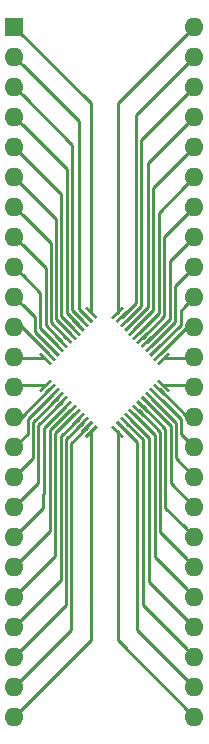
<source format=gbr>
G04 #@! TF.GenerationSoftware,KiCad,Pcbnew,(5.0.1-3-g963ef8bb5)*
G04 #@! TF.CreationDate,2022-07-03T20:38:46+09:00*
G04 #@! TF.ProjectId,LQFP48-Breakout,4C51465034382D427265616B6F75742E,rev?*
G04 #@! TF.SameCoordinates,Original*
G04 #@! TF.FileFunction,Copper,L1,Top,Signal*
G04 #@! TF.FilePolarity,Positive*
%FSLAX46Y46*%
G04 Gerber Fmt 4.6, Leading zero omitted, Abs format (unit mm)*
G04 Created by KiCad (PCBNEW (5.0.1-3-g963ef8bb5)) date Sunday, 03 July 2022 at 20:38:46*
%MOMM*%
%LPD*%
G01*
G04 APERTURE LIST*
G04 #@! TA.AperFunction,ComponentPad*
%ADD10R,1.600000X1.600000*%
G04 #@! TD*
G04 #@! TA.AperFunction,ComponentPad*
%ADD11O,1.600000X1.600000*%
G04 #@! TD*
G04 #@! TA.AperFunction,SMDPad,CuDef*
%ADD12C,0.250000*%
G04 #@! TD*
G04 #@! TA.AperFunction,Conductor*
%ADD13C,0.100000*%
G04 #@! TD*
G04 #@! TA.AperFunction,Conductor*
%ADD14C,0.250000*%
G04 #@! TD*
G04 APERTURE END LIST*
D10*
G04 #@! TO.P,J1,1*
G04 #@! TO.N,/A1*
X101473000Y-63500000D03*
D11*
G04 #@! TO.P,J1,25*
G04 #@! TO.N,/B24*
X116713000Y-121920000D03*
G04 #@! TO.P,J1,2*
G04 #@! TO.N,/A2*
X101473000Y-66040000D03*
G04 #@! TO.P,J1,26*
G04 #@! TO.N,/B23*
X116713000Y-119380000D03*
G04 #@! TO.P,J1,3*
G04 #@! TO.N,/A3*
X101473000Y-68580000D03*
G04 #@! TO.P,J1,27*
G04 #@! TO.N,/B22*
X116713000Y-116840000D03*
G04 #@! TO.P,J1,4*
G04 #@! TO.N,/A4*
X101473000Y-71120000D03*
G04 #@! TO.P,J1,28*
G04 #@! TO.N,/B21*
X116713000Y-114300000D03*
G04 #@! TO.P,J1,5*
G04 #@! TO.N,/A5*
X101473000Y-73660000D03*
G04 #@! TO.P,J1,29*
G04 #@! TO.N,/B20*
X116713000Y-111760000D03*
G04 #@! TO.P,J1,6*
G04 #@! TO.N,/A6*
X101473000Y-76200000D03*
G04 #@! TO.P,J1,30*
G04 #@! TO.N,/B19*
X116713000Y-109220000D03*
G04 #@! TO.P,J1,7*
G04 #@! TO.N,/A7*
X101473000Y-78740000D03*
G04 #@! TO.P,J1,31*
G04 #@! TO.N,/B18*
X116713000Y-106680000D03*
G04 #@! TO.P,J1,8*
G04 #@! TO.N,/A8*
X101473000Y-81280000D03*
G04 #@! TO.P,J1,32*
G04 #@! TO.N,/B17*
X116713000Y-104140000D03*
G04 #@! TO.P,J1,9*
G04 #@! TO.N,/A9*
X101473000Y-83820000D03*
G04 #@! TO.P,J1,33*
G04 #@! TO.N,/B16*
X116713000Y-101600000D03*
G04 #@! TO.P,J1,10*
G04 #@! TO.N,/A10*
X101473000Y-86360000D03*
G04 #@! TO.P,J1,34*
G04 #@! TO.N,/B15*
X116713000Y-99060000D03*
G04 #@! TO.P,J1,11*
G04 #@! TO.N,/A11*
X101473000Y-88900000D03*
G04 #@! TO.P,J1,35*
G04 #@! TO.N,/B14*
X116713000Y-96520000D03*
G04 #@! TO.P,J1,12*
G04 #@! TO.N,/A12*
X101473000Y-91440000D03*
G04 #@! TO.P,J1,36*
G04 #@! TO.N,/B13*
X116713000Y-93980000D03*
G04 #@! TO.P,J1,13*
G04 #@! TO.N,/A13*
X101473000Y-93980000D03*
G04 #@! TO.P,J1,37*
G04 #@! TO.N,/B12*
X116713000Y-91440000D03*
G04 #@! TO.P,J1,14*
G04 #@! TO.N,/A14*
X101473000Y-96520000D03*
G04 #@! TO.P,J1,38*
G04 #@! TO.N,/B11*
X116713000Y-88900000D03*
G04 #@! TO.P,J1,15*
G04 #@! TO.N,/A15*
X101473000Y-99060000D03*
G04 #@! TO.P,J1,39*
G04 #@! TO.N,/B10*
X116713000Y-86360000D03*
G04 #@! TO.P,J1,16*
G04 #@! TO.N,/A16*
X101473000Y-101600000D03*
G04 #@! TO.P,J1,40*
G04 #@! TO.N,/B9*
X116713000Y-83820000D03*
G04 #@! TO.P,J1,17*
G04 #@! TO.N,/A17*
X101473000Y-104140000D03*
G04 #@! TO.P,J1,41*
G04 #@! TO.N,/B8*
X116713000Y-81280000D03*
G04 #@! TO.P,J1,18*
G04 #@! TO.N,/A18*
X101473000Y-106680000D03*
G04 #@! TO.P,J1,42*
G04 #@! TO.N,/B7*
X116713000Y-78740000D03*
G04 #@! TO.P,J1,19*
G04 #@! TO.N,/A19*
X101473000Y-109220000D03*
G04 #@! TO.P,J1,43*
G04 #@! TO.N,/B6*
X116713000Y-76200000D03*
G04 #@! TO.P,J1,20*
G04 #@! TO.N,/A20*
X101473000Y-111760000D03*
G04 #@! TO.P,J1,44*
G04 #@! TO.N,/B5*
X116713000Y-73660000D03*
G04 #@! TO.P,J1,21*
G04 #@! TO.N,/A21*
X101473000Y-114300000D03*
G04 #@! TO.P,J1,45*
G04 #@! TO.N,/B4*
X116713000Y-71120000D03*
G04 #@! TO.P,J1,22*
G04 #@! TO.N,/A22*
X101473000Y-116840000D03*
G04 #@! TO.P,J1,46*
G04 #@! TO.N,/B3*
X116713000Y-68580000D03*
G04 #@! TO.P,J1,23*
G04 #@! TO.N,/A23*
X101473000Y-119380000D03*
G04 #@! TO.P,J1,47*
G04 #@! TO.N,/B2*
X116713000Y-66040000D03*
G04 #@! TO.P,J1,24*
G04 #@! TO.N,/A24*
X101473000Y-121920000D03*
G04 #@! TO.P,J1,48*
G04 #@! TO.N,/B1*
X116713000Y-63500000D03*
G04 #@! TD*
D12*
G04 #@! TO.P,U1,1*
G04 #@! TO.N,/A1*
X107961629Y-87689542D03*
D13*
G04 #@! TD*
G04 #@! TO.N,/A1*
G04 #@! TO.C,U1*
G36*
X107413621Y-87318311D02*
X107590398Y-87141534D01*
X108509637Y-88060773D01*
X108332860Y-88237550D01*
X107413621Y-87318311D01*
X107413621Y-87318311D01*
G37*
D12*
G04 #@! TO.P,U1,2*
G04 #@! TO.N,/A2*
X107608076Y-88043095D03*
D13*
G04 #@! TD*
G04 #@! TO.N,/A2*
G04 #@! TO.C,U1*
G36*
X107060068Y-87671864D02*
X107236845Y-87495087D01*
X108156084Y-88414326D01*
X107979307Y-88591103D01*
X107060068Y-87671864D01*
X107060068Y-87671864D01*
G37*
D12*
G04 #@! TO.P,U1,3*
G04 #@! TO.N,/A3*
X107254522Y-88396649D03*
D13*
G04 #@! TD*
G04 #@! TO.N,/A3*
G04 #@! TO.C,U1*
G36*
X106706514Y-88025418D02*
X106883291Y-87848641D01*
X107802530Y-88767880D01*
X107625753Y-88944657D01*
X106706514Y-88025418D01*
X106706514Y-88025418D01*
G37*
D12*
G04 #@! TO.P,U1,4*
G04 #@! TO.N,/A4*
X106900969Y-88750202D03*
D13*
G04 #@! TD*
G04 #@! TO.N,/A4*
G04 #@! TO.C,U1*
G36*
X106352961Y-88378971D02*
X106529738Y-88202194D01*
X107448977Y-89121433D01*
X107272200Y-89298210D01*
X106352961Y-88378971D01*
X106352961Y-88378971D01*
G37*
D12*
G04 #@! TO.P,U1,5*
G04 #@! TO.N,/A5*
X106547416Y-89103755D03*
D13*
G04 #@! TD*
G04 #@! TO.N,/A5*
G04 #@! TO.C,U1*
G36*
X105999408Y-88732524D02*
X106176185Y-88555747D01*
X107095424Y-89474986D01*
X106918647Y-89651763D01*
X105999408Y-88732524D01*
X105999408Y-88732524D01*
G37*
D12*
G04 #@! TO.P,U1,6*
G04 #@! TO.N,/A6*
X106193862Y-89457309D03*
D13*
G04 #@! TD*
G04 #@! TO.N,/A6*
G04 #@! TO.C,U1*
G36*
X105645854Y-89086078D02*
X105822631Y-88909301D01*
X106741870Y-89828540D01*
X106565093Y-90005317D01*
X105645854Y-89086078D01*
X105645854Y-89086078D01*
G37*
D12*
G04 #@! TO.P,U1,7*
G04 #@! TO.N,/A7*
X105840309Y-89810862D03*
D13*
G04 #@! TD*
G04 #@! TO.N,/A7*
G04 #@! TO.C,U1*
G36*
X105292301Y-89439631D02*
X105469078Y-89262854D01*
X106388317Y-90182093D01*
X106211540Y-90358870D01*
X105292301Y-89439631D01*
X105292301Y-89439631D01*
G37*
D12*
G04 #@! TO.P,U1,8*
G04 #@! TO.N,/A8*
X105486755Y-90164416D03*
D13*
G04 #@! TD*
G04 #@! TO.N,/A8*
G04 #@! TO.C,U1*
G36*
X104938747Y-89793185D02*
X105115524Y-89616408D01*
X106034763Y-90535647D01*
X105857986Y-90712424D01*
X104938747Y-89793185D01*
X104938747Y-89793185D01*
G37*
D12*
G04 #@! TO.P,U1,9*
G04 #@! TO.N,/A9*
X105133202Y-90517969D03*
D13*
G04 #@! TD*
G04 #@! TO.N,/A9*
G04 #@! TO.C,U1*
G36*
X104585194Y-90146738D02*
X104761971Y-89969961D01*
X105681210Y-90889200D01*
X105504433Y-91065977D01*
X104585194Y-90146738D01*
X104585194Y-90146738D01*
G37*
D12*
G04 #@! TO.P,U1,10*
G04 #@! TO.N,/A10*
X104779649Y-90871522D03*
D13*
G04 #@! TD*
G04 #@! TO.N,/A10*
G04 #@! TO.C,U1*
G36*
X104231641Y-90500291D02*
X104408418Y-90323514D01*
X105327657Y-91242753D01*
X105150880Y-91419530D01*
X104231641Y-90500291D01*
X104231641Y-90500291D01*
G37*
D12*
G04 #@! TO.P,U1,11*
G04 #@! TO.N,/A11*
X104426095Y-91225076D03*
D13*
G04 #@! TD*
G04 #@! TO.N,/A11*
G04 #@! TO.C,U1*
G36*
X103878087Y-90853845D02*
X104054864Y-90677068D01*
X104974103Y-91596307D01*
X104797326Y-91773084D01*
X103878087Y-90853845D01*
X103878087Y-90853845D01*
G37*
D12*
G04 #@! TO.P,U1,12*
G04 #@! TO.N,/A12*
X104072542Y-91578629D03*
D13*
G04 #@! TD*
G04 #@! TO.N,/A12*
G04 #@! TO.C,U1*
G36*
X103524534Y-91207398D02*
X103701311Y-91030621D01*
X104620550Y-91949860D01*
X104443773Y-92126637D01*
X103524534Y-91207398D01*
X103524534Y-91207398D01*
G37*
D12*
G04 #@! TO.P,U1,13*
G04 #@! TO.N,/A13*
X104072542Y-93841371D03*
D13*
G04 #@! TD*
G04 #@! TO.N,/A13*
G04 #@! TO.C,U1*
G36*
X103701311Y-94389379D02*
X103524534Y-94212602D01*
X104443773Y-93293363D01*
X104620550Y-93470140D01*
X103701311Y-94389379D01*
X103701311Y-94389379D01*
G37*
D12*
G04 #@! TO.P,U1,14*
G04 #@! TO.N,/A14*
X104426095Y-94194924D03*
D13*
G04 #@! TD*
G04 #@! TO.N,/A14*
G04 #@! TO.C,U1*
G36*
X104054864Y-94742932D02*
X103878087Y-94566155D01*
X104797326Y-93646916D01*
X104974103Y-93823693D01*
X104054864Y-94742932D01*
X104054864Y-94742932D01*
G37*
D12*
G04 #@! TO.P,U1,15*
G04 #@! TO.N,/A15*
X104779649Y-94548478D03*
D13*
G04 #@! TD*
G04 #@! TO.N,/A15*
G04 #@! TO.C,U1*
G36*
X104408418Y-95096486D02*
X104231641Y-94919709D01*
X105150880Y-94000470D01*
X105327657Y-94177247D01*
X104408418Y-95096486D01*
X104408418Y-95096486D01*
G37*
D12*
G04 #@! TO.P,U1,16*
G04 #@! TO.N,/A16*
X105133202Y-94902031D03*
D13*
G04 #@! TD*
G04 #@! TO.N,/A16*
G04 #@! TO.C,U1*
G36*
X104761971Y-95450039D02*
X104585194Y-95273262D01*
X105504433Y-94354023D01*
X105681210Y-94530800D01*
X104761971Y-95450039D01*
X104761971Y-95450039D01*
G37*
D12*
G04 #@! TO.P,U1,17*
G04 #@! TO.N,/A17*
X105486755Y-95255584D03*
D13*
G04 #@! TD*
G04 #@! TO.N,/A17*
G04 #@! TO.C,U1*
G36*
X105115524Y-95803592D02*
X104938747Y-95626815D01*
X105857986Y-94707576D01*
X106034763Y-94884353D01*
X105115524Y-95803592D01*
X105115524Y-95803592D01*
G37*
D12*
G04 #@! TO.P,U1,18*
G04 #@! TO.N,/A18*
X105840309Y-95609138D03*
D13*
G04 #@! TD*
G04 #@! TO.N,/A18*
G04 #@! TO.C,U1*
G36*
X105469078Y-96157146D02*
X105292301Y-95980369D01*
X106211540Y-95061130D01*
X106388317Y-95237907D01*
X105469078Y-96157146D01*
X105469078Y-96157146D01*
G37*
D12*
G04 #@! TO.P,U1,19*
G04 #@! TO.N,/A19*
X106193862Y-95962691D03*
D13*
G04 #@! TD*
G04 #@! TO.N,/A19*
G04 #@! TO.C,U1*
G36*
X105822631Y-96510699D02*
X105645854Y-96333922D01*
X106565093Y-95414683D01*
X106741870Y-95591460D01*
X105822631Y-96510699D01*
X105822631Y-96510699D01*
G37*
D12*
G04 #@! TO.P,U1,20*
G04 #@! TO.N,/A20*
X106547416Y-96316245D03*
D13*
G04 #@! TD*
G04 #@! TO.N,/A20*
G04 #@! TO.C,U1*
G36*
X106176185Y-96864253D02*
X105999408Y-96687476D01*
X106918647Y-95768237D01*
X107095424Y-95945014D01*
X106176185Y-96864253D01*
X106176185Y-96864253D01*
G37*
D12*
G04 #@! TO.P,U1,21*
G04 #@! TO.N,/A21*
X106900969Y-96669798D03*
D13*
G04 #@! TD*
G04 #@! TO.N,/A21*
G04 #@! TO.C,U1*
G36*
X106529738Y-97217806D02*
X106352961Y-97041029D01*
X107272200Y-96121790D01*
X107448977Y-96298567D01*
X106529738Y-97217806D01*
X106529738Y-97217806D01*
G37*
D12*
G04 #@! TO.P,U1,22*
G04 #@! TO.N,/A22*
X107254522Y-97023351D03*
D13*
G04 #@! TD*
G04 #@! TO.N,/A22*
G04 #@! TO.C,U1*
G36*
X106883291Y-97571359D02*
X106706514Y-97394582D01*
X107625753Y-96475343D01*
X107802530Y-96652120D01*
X106883291Y-97571359D01*
X106883291Y-97571359D01*
G37*
D12*
G04 #@! TO.P,U1,23*
G04 #@! TO.N,/A23*
X107608076Y-97376905D03*
D13*
G04 #@! TD*
G04 #@! TO.N,/A23*
G04 #@! TO.C,U1*
G36*
X107236845Y-97924913D02*
X107060068Y-97748136D01*
X107979307Y-96828897D01*
X108156084Y-97005674D01*
X107236845Y-97924913D01*
X107236845Y-97924913D01*
G37*
D12*
G04 #@! TO.P,U1,24*
G04 #@! TO.N,/A24*
X107961629Y-97730458D03*
D13*
G04 #@! TD*
G04 #@! TO.N,/A24*
G04 #@! TO.C,U1*
G36*
X107590398Y-98278466D02*
X107413621Y-98101689D01*
X108332860Y-97182450D01*
X108509637Y-97359227D01*
X107590398Y-98278466D01*
X107590398Y-98278466D01*
G37*
D12*
G04 #@! TO.P,U1,25*
G04 #@! TO.N,/B24*
X110224371Y-97730458D03*
D13*
G04 #@! TD*
G04 #@! TO.N,/B24*
G04 #@! TO.C,U1*
G36*
X109676363Y-97359227D02*
X109853140Y-97182450D01*
X110772379Y-98101689D01*
X110595602Y-98278466D01*
X109676363Y-97359227D01*
X109676363Y-97359227D01*
G37*
D12*
G04 #@! TO.P,U1,26*
G04 #@! TO.N,/B23*
X110577924Y-97376905D03*
D13*
G04 #@! TD*
G04 #@! TO.N,/B23*
G04 #@! TO.C,U1*
G36*
X110029916Y-97005674D02*
X110206693Y-96828897D01*
X111125932Y-97748136D01*
X110949155Y-97924913D01*
X110029916Y-97005674D01*
X110029916Y-97005674D01*
G37*
D12*
G04 #@! TO.P,U1,27*
G04 #@! TO.N,/B22*
X110931478Y-97023351D03*
D13*
G04 #@! TD*
G04 #@! TO.N,/B22*
G04 #@! TO.C,U1*
G36*
X110383470Y-96652120D02*
X110560247Y-96475343D01*
X111479486Y-97394582D01*
X111302709Y-97571359D01*
X110383470Y-96652120D01*
X110383470Y-96652120D01*
G37*
D12*
G04 #@! TO.P,U1,28*
G04 #@! TO.N,/B21*
X111285031Y-96669798D03*
D13*
G04 #@! TD*
G04 #@! TO.N,/B21*
G04 #@! TO.C,U1*
G36*
X110737023Y-96298567D02*
X110913800Y-96121790D01*
X111833039Y-97041029D01*
X111656262Y-97217806D01*
X110737023Y-96298567D01*
X110737023Y-96298567D01*
G37*
D12*
G04 #@! TO.P,U1,29*
G04 #@! TO.N,/B20*
X111638584Y-96316245D03*
D13*
G04 #@! TD*
G04 #@! TO.N,/B20*
G04 #@! TO.C,U1*
G36*
X111090576Y-95945014D02*
X111267353Y-95768237D01*
X112186592Y-96687476D01*
X112009815Y-96864253D01*
X111090576Y-95945014D01*
X111090576Y-95945014D01*
G37*
D12*
G04 #@! TO.P,U1,30*
G04 #@! TO.N,/B19*
X111992138Y-95962691D03*
D13*
G04 #@! TD*
G04 #@! TO.N,/B19*
G04 #@! TO.C,U1*
G36*
X111444130Y-95591460D02*
X111620907Y-95414683D01*
X112540146Y-96333922D01*
X112363369Y-96510699D01*
X111444130Y-95591460D01*
X111444130Y-95591460D01*
G37*
D12*
G04 #@! TO.P,U1,31*
G04 #@! TO.N,/B18*
X112345691Y-95609138D03*
D13*
G04 #@! TD*
G04 #@! TO.N,/B18*
G04 #@! TO.C,U1*
G36*
X111797683Y-95237907D02*
X111974460Y-95061130D01*
X112893699Y-95980369D01*
X112716922Y-96157146D01*
X111797683Y-95237907D01*
X111797683Y-95237907D01*
G37*
D12*
G04 #@! TO.P,U1,32*
G04 #@! TO.N,/B17*
X112699245Y-95255584D03*
D13*
G04 #@! TD*
G04 #@! TO.N,/B17*
G04 #@! TO.C,U1*
G36*
X112151237Y-94884353D02*
X112328014Y-94707576D01*
X113247253Y-95626815D01*
X113070476Y-95803592D01*
X112151237Y-94884353D01*
X112151237Y-94884353D01*
G37*
D12*
G04 #@! TO.P,U1,33*
G04 #@! TO.N,/B16*
X113052798Y-94902031D03*
D13*
G04 #@! TD*
G04 #@! TO.N,/B16*
G04 #@! TO.C,U1*
G36*
X112504790Y-94530800D02*
X112681567Y-94354023D01*
X113600806Y-95273262D01*
X113424029Y-95450039D01*
X112504790Y-94530800D01*
X112504790Y-94530800D01*
G37*
D12*
G04 #@! TO.P,U1,34*
G04 #@! TO.N,/B15*
X113406351Y-94548478D03*
D13*
G04 #@! TD*
G04 #@! TO.N,/B15*
G04 #@! TO.C,U1*
G36*
X112858343Y-94177247D02*
X113035120Y-94000470D01*
X113954359Y-94919709D01*
X113777582Y-95096486D01*
X112858343Y-94177247D01*
X112858343Y-94177247D01*
G37*
D12*
G04 #@! TO.P,U1,35*
G04 #@! TO.N,/B14*
X113759905Y-94194924D03*
D13*
G04 #@! TD*
G04 #@! TO.N,/B14*
G04 #@! TO.C,U1*
G36*
X113211897Y-93823693D02*
X113388674Y-93646916D01*
X114307913Y-94566155D01*
X114131136Y-94742932D01*
X113211897Y-93823693D01*
X113211897Y-93823693D01*
G37*
D12*
G04 #@! TO.P,U1,36*
G04 #@! TO.N,/B13*
X114113458Y-93841371D03*
D13*
G04 #@! TD*
G04 #@! TO.N,/B13*
G04 #@! TO.C,U1*
G36*
X113565450Y-93470140D02*
X113742227Y-93293363D01*
X114661466Y-94212602D01*
X114484689Y-94389379D01*
X113565450Y-93470140D01*
X113565450Y-93470140D01*
G37*
D12*
G04 #@! TO.P,U1,37*
G04 #@! TO.N,/B12*
X114113458Y-91578629D03*
D13*
G04 #@! TD*
G04 #@! TO.N,/B12*
G04 #@! TO.C,U1*
G36*
X113742227Y-92126637D02*
X113565450Y-91949860D01*
X114484689Y-91030621D01*
X114661466Y-91207398D01*
X113742227Y-92126637D01*
X113742227Y-92126637D01*
G37*
D12*
G04 #@! TO.P,U1,38*
G04 #@! TO.N,/B11*
X113759905Y-91225076D03*
D13*
G04 #@! TD*
G04 #@! TO.N,/B11*
G04 #@! TO.C,U1*
G36*
X113388674Y-91773084D02*
X113211897Y-91596307D01*
X114131136Y-90677068D01*
X114307913Y-90853845D01*
X113388674Y-91773084D01*
X113388674Y-91773084D01*
G37*
D12*
G04 #@! TO.P,U1,39*
G04 #@! TO.N,/B10*
X113406351Y-90871522D03*
D13*
G04 #@! TD*
G04 #@! TO.N,/B10*
G04 #@! TO.C,U1*
G36*
X113035120Y-91419530D02*
X112858343Y-91242753D01*
X113777582Y-90323514D01*
X113954359Y-90500291D01*
X113035120Y-91419530D01*
X113035120Y-91419530D01*
G37*
D12*
G04 #@! TO.P,U1,40*
G04 #@! TO.N,/B9*
X113052798Y-90517969D03*
D13*
G04 #@! TD*
G04 #@! TO.N,/B9*
G04 #@! TO.C,U1*
G36*
X112681567Y-91065977D02*
X112504790Y-90889200D01*
X113424029Y-89969961D01*
X113600806Y-90146738D01*
X112681567Y-91065977D01*
X112681567Y-91065977D01*
G37*
D12*
G04 #@! TO.P,U1,41*
G04 #@! TO.N,/B8*
X112699245Y-90164416D03*
D13*
G04 #@! TD*
G04 #@! TO.N,/B8*
G04 #@! TO.C,U1*
G36*
X112328014Y-90712424D02*
X112151237Y-90535647D01*
X113070476Y-89616408D01*
X113247253Y-89793185D01*
X112328014Y-90712424D01*
X112328014Y-90712424D01*
G37*
D12*
G04 #@! TO.P,U1,42*
G04 #@! TO.N,/B7*
X112345691Y-89810862D03*
D13*
G04 #@! TD*
G04 #@! TO.N,/B7*
G04 #@! TO.C,U1*
G36*
X111974460Y-90358870D02*
X111797683Y-90182093D01*
X112716922Y-89262854D01*
X112893699Y-89439631D01*
X111974460Y-90358870D01*
X111974460Y-90358870D01*
G37*
D12*
G04 #@! TO.P,U1,43*
G04 #@! TO.N,/B6*
X111992138Y-89457309D03*
D13*
G04 #@! TD*
G04 #@! TO.N,/B6*
G04 #@! TO.C,U1*
G36*
X111620907Y-90005317D02*
X111444130Y-89828540D01*
X112363369Y-88909301D01*
X112540146Y-89086078D01*
X111620907Y-90005317D01*
X111620907Y-90005317D01*
G37*
D12*
G04 #@! TO.P,U1,44*
G04 #@! TO.N,/B5*
X111638584Y-89103755D03*
D13*
G04 #@! TD*
G04 #@! TO.N,/B5*
G04 #@! TO.C,U1*
G36*
X111267353Y-89651763D02*
X111090576Y-89474986D01*
X112009815Y-88555747D01*
X112186592Y-88732524D01*
X111267353Y-89651763D01*
X111267353Y-89651763D01*
G37*
D12*
G04 #@! TO.P,U1,45*
G04 #@! TO.N,/B4*
X111285031Y-88750202D03*
D13*
G04 #@! TD*
G04 #@! TO.N,/B4*
G04 #@! TO.C,U1*
G36*
X110913800Y-89298210D02*
X110737023Y-89121433D01*
X111656262Y-88202194D01*
X111833039Y-88378971D01*
X110913800Y-89298210D01*
X110913800Y-89298210D01*
G37*
D12*
G04 #@! TO.P,U1,46*
G04 #@! TO.N,/B3*
X110931478Y-88396649D03*
D13*
G04 #@! TD*
G04 #@! TO.N,/B3*
G04 #@! TO.C,U1*
G36*
X110560247Y-88944657D02*
X110383470Y-88767880D01*
X111302709Y-87848641D01*
X111479486Y-88025418D01*
X110560247Y-88944657D01*
X110560247Y-88944657D01*
G37*
D12*
G04 #@! TO.P,U1,47*
G04 #@! TO.N,/B2*
X110577924Y-88043095D03*
D13*
G04 #@! TD*
G04 #@! TO.N,/B2*
G04 #@! TO.C,U1*
G36*
X110206693Y-88591103D02*
X110029916Y-88414326D01*
X110949155Y-87495087D01*
X111125932Y-87671864D01*
X110206693Y-88591103D01*
X110206693Y-88591103D01*
G37*
D12*
G04 #@! TO.P,U1,48*
G04 #@! TO.N,/B1*
X110224371Y-87689542D03*
D13*
G04 #@! TD*
G04 #@! TO.N,/B1*
G04 #@! TO.C,U1*
G36*
X109853140Y-88237550D02*
X109676363Y-88060773D01*
X110595602Y-87141534D01*
X110772379Y-87318311D01*
X109853140Y-88237550D01*
X109853140Y-88237550D01*
G37*
D14*
G04 #@! TO.N,/A1*
X107961629Y-87689542D02*
X107961629Y-69988629D01*
X107961629Y-69988629D02*
X101473000Y-63500000D01*
G04 #@! TO.N,/A2*
X106940981Y-71507981D02*
X102272999Y-66839999D01*
X106940981Y-87376000D02*
X106940981Y-71507981D01*
X102272999Y-66839999D02*
X101473000Y-66040000D01*
X107608076Y-88043095D02*
X106940981Y-87376000D01*
G04 #@! TO.N,/A3*
X106356989Y-73463989D02*
X102272999Y-69379999D01*
X102272999Y-69379999D02*
X101473000Y-68580000D01*
X106356989Y-87499116D02*
X106356989Y-73463989D01*
X107254522Y-88396649D02*
X106356989Y-87499116D01*
G04 #@! TO.N,/A4*
X105906978Y-75553978D02*
X102272999Y-71919999D01*
X106900969Y-88750202D02*
X105906978Y-87756211D01*
X102272999Y-71919999D02*
X101473000Y-71120000D01*
X105906978Y-87756211D02*
X105906978Y-75553978D01*
G04 #@! TO.N,/A5*
X105456967Y-88013306D02*
X106017087Y-88573426D01*
X106017087Y-88573426D02*
X106547416Y-89103755D01*
X105456967Y-77643967D02*
X105456967Y-88013306D01*
X101473000Y-73660000D02*
X105456967Y-77643967D01*
G04 #@! TO.N,/A6*
X105006956Y-79733956D02*
X105006956Y-88199707D01*
X101473000Y-76200000D02*
X105006956Y-79733956D01*
X105006956Y-88199707D02*
X106299000Y-89491751D01*
G04 #@! TO.N,/A7*
X104556945Y-88527498D02*
X104556945Y-81823945D01*
X105840309Y-89810862D02*
X104556945Y-88527498D01*
X102272999Y-79539999D02*
X101473000Y-78740000D01*
X104556945Y-81823945D02*
X102272999Y-79539999D01*
G04 #@! TO.N,/A8*
X102272999Y-82079999D02*
X101473000Y-81280000D01*
X104106934Y-88784595D02*
X104106934Y-83913934D01*
X105486755Y-90164416D02*
X104106934Y-88784595D01*
X104106934Y-83913934D02*
X102272999Y-82079999D01*
G04 #@! TO.N,/A9*
X103656923Y-89041690D02*
X103656923Y-86003923D01*
X103656923Y-86003923D02*
X102272999Y-84619999D01*
X105133202Y-90517969D02*
X103656923Y-89041690D01*
X102272999Y-84619999D02*
X101473000Y-83820000D01*
G04 #@! TO.N,/A10*
X103206912Y-88093913D02*
X102272999Y-87159999D01*
X103206912Y-89298785D02*
X103206912Y-88093913D01*
X104779649Y-90871522D02*
X103206912Y-89298785D01*
X102272999Y-87159999D02*
X101473000Y-86360000D01*
G04 #@! TO.N,/A11*
X102101019Y-88900000D02*
X101473000Y-88900000D01*
X104426095Y-91225076D02*
X102101019Y-88900000D01*
G04 #@! TO.N,/A12*
X101611629Y-91578629D02*
X101473000Y-91440000D01*
X104072542Y-91578629D02*
X101611629Y-91578629D01*
G04 #@! TO.N,/A13*
X101611629Y-93841371D02*
X101473000Y-93980000D01*
X104072542Y-93841371D02*
X101611629Y-93841371D01*
G04 #@! TO.N,/A14*
X102101019Y-96520000D02*
X101473000Y-96520000D01*
X104426095Y-94194924D02*
X102101019Y-96520000D01*
G04 #@! TO.N,/A15*
X104249320Y-95078807D02*
X104779649Y-94548478D01*
X102598001Y-97934999D02*
X102598001Y-96730126D01*
X102598001Y-96730126D02*
X104249320Y-95078807D01*
X101473000Y-99060000D02*
X102598001Y-97934999D01*
G04 #@! TO.N,/A16*
X105133202Y-94902031D02*
X103048012Y-96987221D01*
X103048012Y-100024988D02*
X102272999Y-100800001D01*
X102272999Y-100800001D02*
X101473000Y-101600000D01*
X103048012Y-96987221D02*
X103048012Y-100024988D01*
G04 #@! TO.N,/A17*
X103498023Y-97244316D02*
X103498023Y-102114977D01*
X103498023Y-102114977D02*
X102272999Y-103340001D01*
X102272999Y-103340001D02*
X101473000Y-104140000D01*
X105486755Y-95255584D02*
X103498023Y-97244316D01*
G04 #@! TO.N,/A18*
X102272999Y-105880001D02*
X101473000Y-106680000D01*
X103932969Y-103072799D02*
X103932969Y-104220031D01*
X103948034Y-103057734D02*
X103932969Y-103072799D01*
X103948034Y-97501413D02*
X103948034Y-103057734D01*
X105840309Y-95609138D02*
X103948034Y-97501413D01*
X103932969Y-104220031D02*
X102272999Y-105880001D01*
G04 #@! TO.N,/A19*
X102272999Y-108420001D02*
X101473000Y-109220000D01*
X106193862Y-95962691D02*
X104498956Y-97657597D01*
X104498956Y-97657597D02*
X104498956Y-106194044D01*
X104498956Y-106194044D02*
X102272999Y-108420001D01*
G04 #@! TO.N,/A20*
X102272999Y-110960001D02*
X101473000Y-111760000D01*
X104948967Y-97914694D02*
X104948967Y-108284033D01*
X106547416Y-96316245D02*
X104948967Y-97914694D01*
X104948967Y-108284033D02*
X102272999Y-110960001D01*
G04 #@! TO.N,/A21*
X102272999Y-113500001D02*
X101473000Y-114300000D01*
X105398978Y-98171789D02*
X105398978Y-110374022D01*
X106900969Y-96669798D02*
X105398978Y-98171789D01*
X105398978Y-110374022D02*
X102272999Y-113500001D01*
G04 #@! TO.N,/A22*
X105848989Y-98428884D02*
X105848989Y-112464011D01*
X107254522Y-97023351D02*
X105848989Y-98428884D01*
X105848989Y-112464011D02*
X102272999Y-116040001D01*
X102272999Y-116040001D02*
X101473000Y-116840000D01*
G04 #@! TO.N,/A23*
X107608076Y-97447599D02*
X106299000Y-98756675D01*
X107608076Y-97376905D02*
X107608076Y-97447599D01*
X106299000Y-98756675D02*
X106299000Y-114554000D01*
X106299000Y-114554000D02*
X101473000Y-119380000D01*
G04 #@! TO.N,/A24*
X107961629Y-115431371D02*
X101473000Y-121920000D01*
X107961629Y-97730458D02*
X107961629Y-115431371D01*
G04 #@! TO.N,/B24*
X110224371Y-115431371D02*
X116713000Y-121920000D01*
X110224371Y-97730458D02*
X110224371Y-115431371D01*
G04 #@! TO.N,/B23*
X111887000Y-98685981D02*
X111108253Y-97907234D01*
X111887000Y-114554000D02*
X111887000Y-98685981D01*
X111108253Y-97907234D02*
X110577924Y-97376905D01*
X116713000Y-119380000D02*
X111887000Y-114554000D01*
G04 #@! TO.N,/B22*
X112337011Y-98428884D02*
X112337011Y-112464011D01*
X110931478Y-97023351D02*
X112337011Y-98428884D01*
X112337011Y-112464011D02*
X115913001Y-116040001D01*
X115913001Y-116040001D02*
X116713000Y-116840000D01*
G04 #@! TO.N,/B21*
X112903000Y-98287767D02*
X111285031Y-96669798D01*
X112903000Y-110490000D02*
X112903000Y-98287767D01*
X116713000Y-114300000D02*
X112903000Y-110490000D01*
G04 #@! TO.N,/B20*
X115913001Y-110960001D02*
X116713000Y-111760000D01*
X113353011Y-108400011D02*
X115913001Y-110960001D01*
X111638584Y-96316245D02*
X113353011Y-98030672D01*
X113353011Y-98030672D02*
X113353011Y-108400011D01*
G04 #@! TO.N,/B19*
X113803022Y-97773575D02*
X113803022Y-106310022D01*
X113803022Y-106310022D02*
X115913001Y-108420001D01*
X115913001Y-108420001D02*
X116713000Y-109220000D01*
X111992138Y-95962691D02*
X113803022Y-97773575D01*
G04 #@! TO.N,/B18*
X112345691Y-95609138D02*
X114253033Y-97516480D01*
X115913001Y-105880001D02*
X116713000Y-106680000D01*
X114253033Y-97516480D02*
X114253033Y-104220033D01*
X114253033Y-104220033D02*
X115913001Y-105880001D01*
G04 #@! TO.N,/B17*
X113229574Y-95785913D02*
X112699245Y-95255584D01*
X116713000Y-104140000D02*
X114703044Y-102130044D01*
X114703044Y-102130044D02*
X114703044Y-97259383D01*
X114703044Y-97259383D02*
X113229574Y-95785913D01*
G04 #@! TO.N,/B16*
X113583127Y-95432360D02*
X113052798Y-94902031D01*
X115153055Y-100040055D02*
X115153055Y-97002288D01*
X115153055Y-97002288D02*
X113583127Y-95432360D01*
X116713000Y-101600000D02*
X115153055Y-100040055D01*
G04 #@! TO.N,/B15*
X115603066Y-96745193D02*
X113936680Y-95078807D01*
X115603066Y-97950066D02*
X115603066Y-96745193D01*
X113936680Y-95078807D02*
X113406351Y-94548478D01*
X116713000Y-99060000D02*
X115603066Y-97950066D01*
G04 #@! TO.N,/B14*
X116084981Y-96520000D02*
X116713000Y-96520000D01*
X113759905Y-94194924D02*
X116084981Y-96520000D01*
G04 #@! TO.N,/B13*
X116574371Y-93841371D02*
X116713000Y-93980000D01*
X114113458Y-93841371D02*
X116574371Y-93841371D01*
G04 #@! TO.N,/B12*
X116574371Y-91578629D02*
X116713000Y-91440000D01*
X114113458Y-91578629D02*
X116574371Y-91578629D01*
G04 #@! TO.N,/B11*
X116084981Y-88900000D02*
X116713000Y-88900000D01*
X113759905Y-91225076D02*
X116084981Y-88900000D01*
G04 #@! TO.N,/B10*
X115545075Y-88732798D02*
X115545075Y-87527925D01*
X115913001Y-87159999D02*
X116713000Y-86360000D01*
X113406351Y-90871522D02*
X115545075Y-88732798D01*
X115545075Y-87527925D02*
X115913001Y-87159999D01*
G04 #@! TO.N,/B9*
X115913001Y-84619999D02*
X116713000Y-83820000D01*
X115095064Y-85437936D02*
X115913001Y-84619999D01*
X113052798Y-90517969D02*
X115095064Y-88475703D01*
X115095064Y-88475703D02*
X115095064Y-85437936D01*
G04 #@! TO.N,/B8*
X112699245Y-90164416D02*
X114645053Y-88218608D01*
X115913001Y-82079999D02*
X116713000Y-81280000D01*
X114645053Y-83347947D02*
X115913001Y-82079999D01*
X114645053Y-88218608D02*
X114645053Y-83347947D01*
G04 #@! TO.N,/B7*
X114137053Y-81315947D02*
X115913001Y-79539999D01*
X115913001Y-79539999D02*
X116713000Y-78740000D01*
X114137053Y-88019500D02*
X114137053Y-81315947D01*
X112345691Y-89810862D02*
X114137053Y-88019500D01*
G04 #@! TO.N,/B6*
X115913001Y-76999999D02*
X116713000Y-76200000D01*
X113687042Y-87762405D02*
X113687042Y-79225958D01*
X113687042Y-79225958D02*
X115913001Y-76999999D01*
X111992138Y-89457309D02*
X113687042Y-87762405D01*
G04 #@! TO.N,/B5*
X113237031Y-87505308D02*
X113237031Y-77135969D01*
X111638584Y-89103755D02*
X113237031Y-87505308D01*
X115913001Y-74459999D02*
X116713000Y-73660000D01*
X113237031Y-77135969D02*
X115913001Y-74459999D01*
G04 #@! TO.N,/B4*
X111285031Y-88750202D02*
X112787020Y-87248213D01*
X112787020Y-87248213D02*
X112787020Y-75045980D01*
X112787020Y-75045980D02*
X115913001Y-71919999D01*
X115913001Y-71919999D02*
X116713000Y-71120000D01*
G04 #@! TO.N,/B3*
X115913001Y-69379999D02*
X116713000Y-68580000D01*
X112203030Y-87125097D02*
X112203030Y-73089970D01*
X112203030Y-73089970D02*
X115913001Y-69379999D01*
X110931478Y-88396649D02*
X112203030Y-87125097D01*
G04 #@! TO.N,/B2*
X115913001Y-66839999D02*
X116713000Y-66040000D01*
X111753019Y-86868000D02*
X111753019Y-70999981D01*
X110577924Y-88043095D02*
X111753019Y-86868000D01*
X111753019Y-70999981D02*
X115913001Y-66839999D01*
G04 #@! TO.N,/B1*
X110224371Y-69988629D02*
X116713000Y-63500000D01*
X110224371Y-87689542D02*
X110224371Y-69988629D01*
G04 #@! TD*
M02*

</source>
